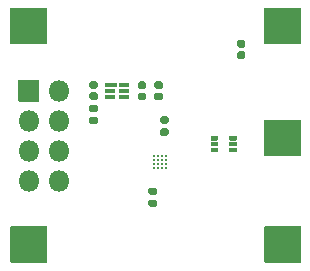
<source format=gts>
G04 #@! TF.GenerationSoftware,KiCad,Pcbnew,(5.1.10)-1*
G04 #@! TF.CreationDate,2021-12-08T09:06:10-05:00*
G04 #@! TF.ProjectId,WS2812_Driver,57533238-3132-45f4-9472-697665722e6b,rev?*
G04 #@! TF.SameCoordinates,Original*
G04 #@! TF.FileFunction,Soldermask,Top*
G04 #@! TF.FilePolarity,Negative*
%FSLAX46Y46*%
G04 Gerber Fmt 4.6, Leading zero omitted, Abs format (unit mm)*
G04 Created by KiCad (PCBNEW (5.1.10)-1) date 2021-12-08 09:06:10*
%MOMM*%
%LPD*%
G01*
G04 APERTURE LIST*
%ADD10O,1.800000X1.800000*%
%ADD11C,0.300000*%
G04 APERTURE END LIST*
D10*
X82220000Y-99590000D03*
X79680000Y-99590000D03*
X82220000Y-97050000D03*
X79680000Y-97050000D03*
X82220000Y-94510000D03*
X79680000Y-94510000D03*
X82220000Y-91970000D03*
G36*
G01*
X78780000Y-92820000D02*
X78780000Y-91120000D01*
G75*
G02*
X78830000Y-91070000I50000J0D01*
G01*
X80530000Y-91070000D01*
G75*
G02*
X80580000Y-91120000I0J-50000D01*
G01*
X80580000Y-92820000D01*
G75*
G02*
X80530000Y-92870000I-50000J0D01*
G01*
X78830000Y-92870000D01*
G75*
G02*
X78780000Y-92820000I0J50000D01*
G01*
G37*
D11*
X90255000Y-98500000D03*
X90605000Y-98500000D03*
X90955000Y-98500000D03*
X91305000Y-98500000D03*
X90255000Y-98150000D03*
X90255000Y-97800000D03*
X90255000Y-97450000D03*
X90605000Y-98150000D03*
X90605000Y-97800000D03*
X90605000Y-97450000D03*
X90955000Y-98150000D03*
X90955000Y-97800000D03*
X90955000Y-97450000D03*
X91305000Y-98150000D03*
X91305000Y-97800000D03*
X91305000Y-97450000D03*
G36*
G01*
X87380000Y-91280000D02*
X88130000Y-91280000D01*
G75*
G02*
X88180000Y-91330000I0J-50000D01*
G01*
X88180000Y-91610000D01*
G75*
G02*
X88130000Y-91660000I-50000J0D01*
G01*
X87380000Y-91660000D01*
G75*
G02*
X87330000Y-91610000I0J50000D01*
G01*
X87330000Y-91330000D01*
G75*
G02*
X87380000Y-91280000I50000J0D01*
G01*
G37*
G36*
G01*
X87380000Y-91780000D02*
X88130000Y-91780000D01*
G75*
G02*
X88180000Y-91830000I0J-50000D01*
G01*
X88180000Y-92110000D01*
G75*
G02*
X88130000Y-92160000I-50000J0D01*
G01*
X87380000Y-92160000D01*
G75*
G02*
X87330000Y-92110000I0J50000D01*
G01*
X87330000Y-91830000D01*
G75*
G02*
X87380000Y-91780000I50000J0D01*
G01*
G37*
G36*
G01*
X87380000Y-92280000D02*
X88130000Y-92280000D01*
G75*
G02*
X88180000Y-92330000I0J-50000D01*
G01*
X88180000Y-92610000D01*
G75*
G02*
X88130000Y-92660000I-50000J0D01*
G01*
X87380000Y-92660000D01*
G75*
G02*
X87330000Y-92610000I0J50000D01*
G01*
X87330000Y-92330000D01*
G75*
G02*
X87380000Y-92280000I50000J0D01*
G01*
G37*
G36*
G01*
X86230000Y-92280000D02*
X86980000Y-92280000D01*
G75*
G02*
X87030000Y-92330000I0J-50000D01*
G01*
X87030000Y-92610000D01*
G75*
G02*
X86980000Y-92660000I-50000J0D01*
G01*
X86230000Y-92660000D01*
G75*
G02*
X86180000Y-92610000I0J50000D01*
G01*
X86180000Y-92330000D01*
G75*
G02*
X86230000Y-92280000I50000J0D01*
G01*
G37*
G36*
G01*
X86230000Y-91780000D02*
X86980000Y-91780000D01*
G75*
G02*
X87030000Y-91830000I0J-50000D01*
G01*
X87030000Y-92110000D01*
G75*
G02*
X86980000Y-92160000I-50000J0D01*
G01*
X86230000Y-92160000D01*
G75*
G02*
X86180000Y-92110000I0J50000D01*
G01*
X86180000Y-91830000D01*
G75*
G02*
X86230000Y-91780000I50000J0D01*
G01*
G37*
G36*
G01*
X86230000Y-91280000D02*
X87080000Y-91280000D01*
G75*
G02*
X87130000Y-91330000I0J-50000D01*
G01*
X87130000Y-91610000D01*
G75*
G02*
X87080000Y-91660000I-50000J0D01*
G01*
X86230000Y-91660000D01*
G75*
G02*
X86180000Y-91610000I0J50000D01*
G01*
X86180000Y-91330000D01*
G75*
G02*
X86230000Y-91280000I50000J0D01*
G01*
G37*
G36*
G01*
X95076799Y-96120001D02*
X95076799Y-95820001D01*
G75*
G02*
X95126799Y-95770001I50000J0D01*
G01*
X95629999Y-95770001D01*
G75*
G02*
X95679999Y-95820001I0J-50000D01*
G01*
X95679999Y-96120001D01*
G75*
G02*
X95629999Y-96170001I-50000J0D01*
G01*
X95126799Y-96170001D01*
G75*
G02*
X95076799Y-96120001I0J50000D01*
G01*
G37*
G36*
G01*
X95076799Y-96620000D02*
X95076799Y-96320000D01*
G75*
G02*
X95126799Y-96270000I50000J0D01*
G01*
X95629999Y-96270000D01*
G75*
G02*
X95679999Y-96320000I0J-50000D01*
G01*
X95679999Y-96620000D01*
G75*
G02*
X95629999Y-96670000I-50000J0D01*
G01*
X95126799Y-96670000D01*
G75*
G02*
X95076799Y-96620000I0J50000D01*
G01*
G37*
G36*
G01*
X95076799Y-97119999D02*
X95076799Y-96819999D01*
G75*
G02*
X95126799Y-96769999I50000J0D01*
G01*
X95629999Y-96769999D01*
G75*
G02*
X95679999Y-96819999I0J-50000D01*
G01*
X95679999Y-97119999D01*
G75*
G02*
X95629999Y-97169999I-50000J0D01*
G01*
X95126799Y-97169999D01*
G75*
G02*
X95076799Y-97119999I0J50000D01*
G01*
G37*
G36*
G01*
X96680001Y-97119999D02*
X96680001Y-96819999D01*
G75*
G02*
X96730001Y-96769999I50000J0D01*
G01*
X97233201Y-96769999D01*
G75*
G02*
X97283201Y-96819999I0J-50000D01*
G01*
X97283201Y-97119999D01*
G75*
G02*
X97233201Y-97169999I-50000J0D01*
G01*
X96730001Y-97169999D01*
G75*
G02*
X96680001Y-97119999I0J50000D01*
G01*
G37*
G36*
G01*
X96680001Y-96620000D02*
X96680001Y-96320000D01*
G75*
G02*
X96730001Y-96270000I50000J0D01*
G01*
X97233201Y-96270000D01*
G75*
G02*
X97283201Y-96320000I0J-50000D01*
G01*
X97283201Y-96620000D01*
G75*
G02*
X97233201Y-96670000I-50000J0D01*
G01*
X96730001Y-96670000D01*
G75*
G02*
X96680001Y-96620000I0J50000D01*
G01*
G37*
G36*
G01*
X96680001Y-96120001D02*
X96680001Y-95820001D01*
G75*
G02*
X96730001Y-95770001I50000J0D01*
G01*
X97233201Y-95770001D01*
G75*
G02*
X97283201Y-95820001I0J-50000D01*
G01*
X97283201Y-96120001D01*
G75*
G02*
X97233201Y-96170001I-50000J0D01*
G01*
X96730001Y-96170001D01*
G75*
G02*
X96680001Y-96120001I0J50000D01*
G01*
G37*
G36*
G01*
X91390000Y-94770000D02*
X90970000Y-94770000D01*
G75*
G02*
X90810000Y-94610000I0J160000D01*
G01*
X90810000Y-94290000D01*
G75*
G02*
X90970000Y-94130000I160000J0D01*
G01*
X91390000Y-94130000D01*
G75*
G02*
X91550000Y-94290000I0J-160000D01*
G01*
X91550000Y-94610000D01*
G75*
G02*
X91390000Y-94770000I-160000J0D01*
G01*
G37*
G36*
G01*
X91390000Y-95790000D02*
X90970000Y-95790000D01*
G75*
G02*
X90810000Y-95630000I0J160000D01*
G01*
X90810000Y-95310000D01*
G75*
G02*
X90970000Y-95150000I160000J0D01*
G01*
X91390000Y-95150000D01*
G75*
G02*
X91550000Y-95310000I0J-160000D01*
G01*
X91550000Y-95630000D01*
G75*
G02*
X91390000Y-95790000I-160000J0D01*
G01*
G37*
G36*
G01*
X89970000Y-101170000D02*
X90390000Y-101170000D01*
G75*
G02*
X90550000Y-101330000I0J-160000D01*
G01*
X90550000Y-101650000D01*
G75*
G02*
X90390000Y-101810000I-160000J0D01*
G01*
X89970000Y-101810000D01*
G75*
G02*
X89810000Y-101650000I0J160000D01*
G01*
X89810000Y-101330000D01*
G75*
G02*
X89970000Y-101170000I160000J0D01*
G01*
G37*
G36*
G01*
X89970000Y-100150000D02*
X90390000Y-100150000D01*
G75*
G02*
X90550000Y-100310000I0J-160000D01*
G01*
X90550000Y-100630000D01*
G75*
G02*
X90390000Y-100790000I-160000J0D01*
G01*
X89970000Y-100790000D01*
G75*
G02*
X89810000Y-100630000I0J160000D01*
G01*
X89810000Y-100310000D01*
G75*
G02*
X89970000Y-100150000I160000J0D01*
G01*
G37*
G36*
G01*
X85390000Y-93780000D02*
X84970000Y-93780000D01*
G75*
G02*
X84810000Y-93620000I0J160000D01*
G01*
X84810000Y-93300000D01*
G75*
G02*
X84970000Y-93140000I160000J0D01*
G01*
X85390000Y-93140000D01*
G75*
G02*
X85550000Y-93300000I0J-160000D01*
G01*
X85550000Y-93620000D01*
G75*
G02*
X85390000Y-93780000I-160000J0D01*
G01*
G37*
G36*
G01*
X85390000Y-94800000D02*
X84970000Y-94800000D01*
G75*
G02*
X84810000Y-94640000I0J160000D01*
G01*
X84810000Y-94320000D01*
G75*
G02*
X84970000Y-94160000I160000J0D01*
G01*
X85390000Y-94160000D01*
G75*
G02*
X85550000Y-94320000I0J-160000D01*
G01*
X85550000Y-94640000D01*
G75*
G02*
X85390000Y-94800000I-160000J0D01*
G01*
G37*
G36*
G01*
X99630000Y-106470000D02*
X99630000Y-103470000D01*
G75*
G02*
X99680000Y-103420000I50000J0D01*
G01*
X102680000Y-103420000D01*
G75*
G02*
X102730000Y-103470000I0J-50000D01*
G01*
X102730000Y-106470000D01*
G75*
G02*
X102680000Y-106520000I-50000J0D01*
G01*
X99680000Y-106520000D01*
G75*
G02*
X99630000Y-106470000I0J50000D01*
G01*
G37*
G36*
G01*
X99630000Y-97470000D02*
X99630000Y-94470000D01*
G75*
G02*
X99680000Y-94420000I50000J0D01*
G01*
X102680000Y-94420000D01*
G75*
G02*
X102730000Y-94470000I0J-50000D01*
G01*
X102730000Y-97470000D01*
G75*
G02*
X102680000Y-97520000I-50000J0D01*
G01*
X99680000Y-97520000D01*
G75*
G02*
X99630000Y-97470000I0J50000D01*
G01*
G37*
G36*
G01*
X99630000Y-87970000D02*
X99630000Y-84970000D01*
G75*
G02*
X99680000Y-84920000I50000J0D01*
G01*
X102680000Y-84920000D01*
G75*
G02*
X102730000Y-84970000I0J-50000D01*
G01*
X102730000Y-87970000D01*
G75*
G02*
X102680000Y-88020000I-50000J0D01*
G01*
X99680000Y-88020000D01*
G75*
G02*
X99630000Y-87970000I0J50000D01*
G01*
G37*
G36*
G01*
X78130000Y-106470000D02*
X78130000Y-103470000D01*
G75*
G02*
X78180000Y-103420000I50000J0D01*
G01*
X81180000Y-103420000D01*
G75*
G02*
X81230000Y-103470000I0J-50000D01*
G01*
X81230000Y-106470000D01*
G75*
G02*
X81180000Y-106520000I-50000J0D01*
G01*
X78180000Y-106520000D01*
G75*
G02*
X78130000Y-106470000I0J50000D01*
G01*
G37*
G36*
G01*
X78130000Y-87970000D02*
X78130000Y-84970000D01*
G75*
G02*
X78180000Y-84920000I50000J0D01*
G01*
X81180000Y-84920000D01*
G75*
G02*
X81230000Y-84970000I0J-50000D01*
G01*
X81230000Y-87970000D01*
G75*
G02*
X81180000Y-88020000I-50000J0D01*
G01*
X78180000Y-88020000D01*
G75*
G02*
X78130000Y-87970000I0J50000D01*
G01*
G37*
G36*
G01*
X89085000Y-92120000D02*
X89475000Y-92120000D01*
G75*
G02*
X89640000Y-92285000I0J-165000D01*
G01*
X89640000Y-92615000D01*
G75*
G02*
X89475000Y-92780000I-165000J0D01*
G01*
X89085000Y-92780000D01*
G75*
G02*
X88920000Y-92615000I0J165000D01*
G01*
X88920000Y-92285000D01*
G75*
G02*
X89085000Y-92120000I165000J0D01*
G01*
G37*
G36*
G01*
X89085000Y-91160000D02*
X89475000Y-91160000D01*
G75*
G02*
X89640000Y-91325000I0J-165000D01*
G01*
X89640000Y-91655000D01*
G75*
G02*
X89475000Y-91820000I-165000J0D01*
G01*
X89085000Y-91820000D01*
G75*
G02*
X88920000Y-91655000I0J165000D01*
G01*
X88920000Y-91325000D01*
G75*
G02*
X89085000Y-91160000I165000J0D01*
G01*
G37*
G36*
G01*
X90485000Y-92120000D02*
X90875000Y-92120000D01*
G75*
G02*
X91040000Y-92285000I0J-165000D01*
G01*
X91040000Y-92615000D01*
G75*
G02*
X90875000Y-92780000I-165000J0D01*
G01*
X90485000Y-92780000D01*
G75*
G02*
X90320000Y-92615000I0J165000D01*
G01*
X90320000Y-92285000D01*
G75*
G02*
X90485000Y-92120000I165000J0D01*
G01*
G37*
G36*
G01*
X90485000Y-91160000D02*
X90875000Y-91160000D01*
G75*
G02*
X91040000Y-91325000I0J-165000D01*
G01*
X91040000Y-91655000D01*
G75*
G02*
X90875000Y-91820000I-165000J0D01*
G01*
X90485000Y-91820000D01*
G75*
G02*
X90320000Y-91655000I0J165000D01*
G01*
X90320000Y-91325000D01*
G75*
G02*
X90485000Y-91160000I165000J0D01*
G01*
G37*
G36*
G01*
X97485000Y-88620000D02*
X97875000Y-88620000D01*
G75*
G02*
X98040000Y-88785000I0J-165000D01*
G01*
X98040000Y-89115000D01*
G75*
G02*
X97875000Y-89280000I-165000J0D01*
G01*
X97485000Y-89280000D01*
G75*
G02*
X97320000Y-89115000I0J165000D01*
G01*
X97320000Y-88785000D01*
G75*
G02*
X97485000Y-88620000I165000J0D01*
G01*
G37*
G36*
G01*
X97485000Y-87660000D02*
X97875000Y-87660000D01*
G75*
G02*
X98040000Y-87825000I0J-165000D01*
G01*
X98040000Y-88155000D01*
G75*
G02*
X97875000Y-88320000I-165000J0D01*
G01*
X97485000Y-88320000D01*
G75*
G02*
X97320000Y-88155000I0J165000D01*
G01*
X97320000Y-87825000D01*
G75*
G02*
X97485000Y-87660000I165000J0D01*
G01*
G37*
G36*
G01*
X84985000Y-92100000D02*
X85375000Y-92100000D01*
G75*
G02*
X85540000Y-92265000I0J-165000D01*
G01*
X85540000Y-92595000D01*
G75*
G02*
X85375000Y-92760000I-165000J0D01*
G01*
X84985000Y-92760000D01*
G75*
G02*
X84820000Y-92595000I0J165000D01*
G01*
X84820000Y-92265000D01*
G75*
G02*
X84985000Y-92100000I165000J0D01*
G01*
G37*
G36*
G01*
X84985000Y-91140000D02*
X85375000Y-91140000D01*
G75*
G02*
X85540000Y-91305000I0J-165000D01*
G01*
X85540000Y-91635000D01*
G75*
G02*
X85375000Y-91800000I-165000J0D01*
G01*
X84985000Y-91800000D01*
G75*
G02*
X84820000Y-91635000I0J165000D01*
G01*
X84820000Y-91305000D01*
G75*
G02*
X84985000Y-91140000I165000J0D01*
G01*
G37*
M02*

</source>
